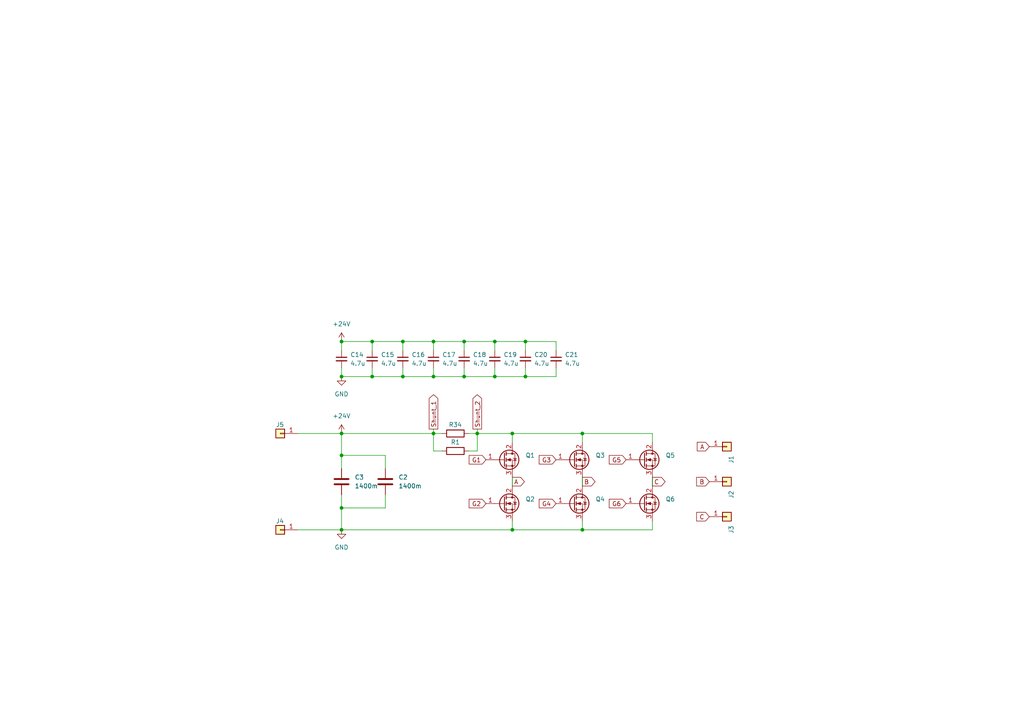
<source format=kicad_sch>
(kicad_sch (version 20230121) (generator eeschema)
  (paper "A4")
  (lib_symbols
    (symbol "Connector_Generic:Conn_01x01" (pin_names (offset 1.016) hide)
      (property "Reference" "J" (at 0 2.54 0))
      (property "Value" "Conn_01x01" (at 0 -2.54 0))
      (symbol "Conn_01x01_1_1"
        (rectangle (start -1.27 0.127) (end 0 -0.127) (stroke (width 0.1524)))
        (rectangle (start -1.27 1.27) (end 1.27 -1.27) (stroke (width 0.254)) (fill (type background)))
        (pin passive line (at -5.08 0 0) (length 3.81) (name "Pin_1") (number "1"))
      )
    )
    (symbol "Device:C" (pin_numbers hide) (pin_names (offset 0.254))
      (property "Reference" "C" (at 0.635 2.54 0))
      (property "Value" "C" (at 0.635 -2.54 0))
      (symbol "C_0_1"
        (polyline (pts (xy -2.032 -0.762) (xy 2.032 -0.762)) (stroke (width 0.508)))
        (polyline (pts (xy -2.032 0.762) (xy 2.032 0.762)) (stroke (width 0.508)))
      )
      (symbol "C_1_1"
        (pin passive line (at 0 3.81 270) (length 2.794) (name "~") (number "1"))
        (pin passive line (at 0 -3.81 90) (length 2.794) (name "~") (number "2"))
      )
    )
    (symbol "Device:C_Small" (pin_numbers hide) (pin_names (offset 0.254) hide)
      (property "Reference" "C" (at 0.254 1.778 0))
      (property "Value" "C_Small" (at 0.254 -2.032 0))
      (symbol "C_Small_0_1"
        (polyline (pts (xy -1.524 -0.508) (xy 1.524 -0.508)) (stroke (width 0.3302)))
        (polyline (pts (xy -1.524 0.508) (xy 1.524 0.508)) (stroke (width 0.3048)))
      )
      (symbol "C_Small_1_1"
        (pin passive line (at 0 2.54 270) (length 2.032) (name "~") (number "1"))
        (pin passive line (at 0 -2.54 90) (length 2.032) (name "~") (number "2"))
      )
    )
    (symbol "Device:R" (pin_numbers hide) (pin_names (offset 0))
      (property "Reference" "R" (at 2.032 0 90))
      (property "Value" "R" (at 0 0 90))
      (symbol "R_0_1"
        (rectangle (start -1.016 -2.54) (end 1.016 2.54) (stroke (width 0.254)))
      )
      (symbol "R_1_1"
        (pin passive line (at 0 3.81 270) (length 1.27) (name "~") (number "1"))
        (pin passive line (at 0 -3.81 90) (length 1.27) (name "~") (number "2"))
      )
    )
    (symbol "Transistor_FET:BSP89" (pin_names hide)
      (property "Reference" "Q" (at 5.08 1.905 0))
      (property "Value" "BSP89" (at 5.08 0 0))
      (symbol "BSP89_0_1"
        (polyline (pts (xy 0.254 0) (xy -2.54 0)))
        (polyline (pts (xy 0.254 1.905) (xy 0.254 -1.905)) (stroke (width 0.254)))
        (polyline (pts (xy 0.762 -1.27) (xy 0.762 -2.286)) (stroke (width 0.254)))
        (polyline (pts (xy 0.762 0.508) (xy 0.762 -0.508)) (stroke (width 0.254)))
        (polyline (pts (xy 0.762 2.286) (xy 0.762 1.27)) (stroke (width 0.254)))
        (polyline (pts (xy 2.54 2.54) (xy 2.54 1.778)))
        (polyline (pts (xy 2.54 -2.54) (xy 2.54 0) (xy 0.762 0)))
        (polyline (pts (xy 0.762 -1.778) (xy 3.302 -1.778) (xy 3.302 1.778) (xy 0.762 1.778)))
        (polyline (pts (xy 1.016 0) (xy 2.032 0.381) (xy 2.032 -0.381) (xy 1.016 0)) (fill (type outline)))
        (polyline (pts (xy 2.794 0.508) (xy 2.921 0.381) (xy 3.683 0.381) (xy 3.81 0.254)))
        (polyline (pts (xy 3.302 0.381) (xy 2.921 -0.254) (xy 3.683 -0.254) (xy 3.302 0.381)))
        (circle (center 1.651 0) (radius 2.794) (stroke (width 0.254)))
        (circle (center 2.54 -1.778) (radius 0.254) (fill (type outline)))
        (circle (center 2.54 1.778) (radius 0.254) (fill (type outline)))
      )
      (symbol "BSP89_1_1"
        (pin input line (at -5.08 0 0) (length 2.54) (name "G") (number "1"))
        (pin passive line (at 2.54 5.08 270) (length 2.54) (name "D") (number "2"))
        (pin passive line (at 2.54 -5.08 90) (length 2.54) (name "S") (number "3"))
      )
    )
    (symbol "power:+24V" (power) (pin_names (offset 0))
      (property "Value" "+24V" (at 0 3.556 0))
      (symbol "+24V_0_1"
        (polyline (pts (xy -0.762 1.27) (xy 0 2.54)))
        (polyline (pts (xy 0 0) (xy 0 2.54)))
        (polyline (pts (xy 0 2.54) (xy 0.762 1.27)))
      )
      (symbol "+24V_1_1"
        (pin power_in line (at 0 0 90) (length 0) hide (name "+24V") (number "1"))
      )
    )
    (symbol "power:GND" (power) (pin_names (offset 0))
      (property "Value" "GND" (at 0 -3.81 0))
      (symbol "GND_0_1"
        (polyline (pts (xy 0 0) (xy 0 -1.27) (xy 1.27 -1.27) (xy 0 -2.54) (xy -1.27 -1.27) (xy 0 -1.27)))
      )
      (symbol "GND_1_1"
        (pin power_in line (at 0 0 270) (length 0) hide (name "GND") (number "1"))
      )
    )
  )
  (junction (at 99.06 153.67))
  (junction (at 116.84 99.06))
  (junction (at 168.91 125.73))
  (junction (at 143.51 99.06))
  (junction (at 99.06 125.73))
  (junction (at 107.95 109.22))
  (junction (at 152.4 99.06))
  (junction (at 152.4 109.22))
  (junction (at 99.06 147.32))
  (junction (at 125.73 125.73))
  (junction (at 99.06 99.06))
  (junction (at 148.59 125.73))
  (junction (at 168.91 153.67))
  (junction (at 148.59 153.67))
  (junction (at 99.06 109.22))
  (junction (at 138.43 125.73))
  (junction (at 134.62 99.06))
  (junction (at 116.84 109.22))
  (junction (at 99.06 132.08))
  (junction (at 107.95 99.06))
  (junction (at 125.73 109.22))
  (junction (at 143.51 109.22))
  (junction (at 125.73 99.06))
  (junction (at 134.62 109.22))
  (wire (pts (xy 143.51 106.68) (xy 143.51 109.22)))
  (wire (pts (xy 152.4 106.68) (xy 152.4 109.22)))
  (wire (pts (xy 138.43 125.73) (xy 148.59 125.73)))
  (wire (pts (xy 168.91 125.73) (xy 168.91 128.27)))
  (wire (pts (xy 116.84 99.06) (xy 116.84 101.6)))
  (wire (pts (xy 107.95 109.22) (xy 99.06 109.22)))
  (wire (pts (xy 135.89 130.81) (xy 138.43 130.81)))
  (wire (pts (xy 148.59 138.43) (xy 148.59 140.97)))
  (wire (pts (xy 148.59 153.67) (xy 168.91 153.67)))
  (wire (pts (xy 152.4 109.22) (xy 143.51 109.22)))
  (wire (pts (xy 111.76 135.89) (xy 111.76 132.08)))
  (wire (pts (xy 107.95 106.68) (xy 107.95 109.22)))
  (wire (pts (xy 116.84 109.22) (xy 107.95 109.22)))
  (wire (pts (xy 111.76 132.08) (xy 99.06 132.08)))
  (wire (pts (xy 111.76 143.51) (xy 111.76 147.32)))
  (wire (pts (xy 152.4 99.06) (xy 161.29 99.06)))
  (wire (pts (xy 125.73 124.46) (xy 125.73 125.73)))
  (wire (pts (xy 125.73 109.22) (xy 116.84 109.22)))
  (wire (pts (xy 189.23 153.67) (xy 168.91 153.67)))
  (wire (pts (xy 134.62 106.68) (xy 134.62 109.22)))
  (wire (pts (xy 99.06 101.6) (xy 99.06 99.06)))
  (wire (pts (xy 134.62 99.06) (xy 134.62 101.6)))
  (wire (pts (xy 161.29 106.68) (xy 161.29 109.22)))
  (wire (pts (xy 86.36 153.67) (xy 99.06 153.67)))
  (wire (pts (xy 107.95 99.06) (xy 116.84 99.06)))
  (wire (pts (xy 99.06 99.06) (xy 107.95 99.06)))
  (wire (pts (xy 134.62 99.06) (xy 143.51 99.06)))
  (wire (pts (xy 148.59 125.73) (xy 168.91 125.73)))
  (wire (pts (xy 168.91 138.43) (xy 168.91 140.97)))
  (wire (pts (xy 99.06 125.73) (xy 125.73 125.73)))
  (wire (pts (xy 143.51 109.22) (xy 134.62 109.22)))
  (wire (pts (xy 143.51 99.06) (xy 143.51 101.6)))
  (wire (pts (xy 86.36 125.73) (xy 99.06 125.73)))
  (wire (pts (xy 189.23 151.13) (xy 189.23 153.67)))
  (wire (pts (xy 189.23 125.73) (xy 168.91 125.73)))
  (wire (pts (xy 111.76 147.32) (xy 99.06 147.32)))
  (wire (pts (xy 189.23 138.43) (xy 189.23 140.97)))
  (wire (pts (xy 116.84 99.06) (xy 125.73 99.06)))
  (wire (pts (xy 134.62 109.22) (xy 125.73 109.22)))
  (wire (pts (xy 161.29 99.06) (xy 161.29 101.6)))
  (wire (pts (xy 99.06 132.08) (xy 99.06 125.73)))
  (wire (pts (xy 125.73 99.06) (xy 134.62 99.06)))
  (wire (pts (xy 125.73 99.06) (xy 125.73 101.6)))
  (wire (pts (xy 143.51 99.06) (xy 152.4 99.06)))
  (wire (pts (xy 161.29 109.22) (xy 152.4 109.22)))
  (wire (pts (xy 138.43 124.46) (xy 138.43 125.73)))
  (wire (pts (xy 99.06 143.51) (xy 99.06 147.32)))
  (wire (pts (xy 99.06 153.67) (xy 148.59 153.67)))
  (wire (pts (xy 99.06 109.22) (xy 99.06 106.68)))
  (wire (pts (xy 125.73 125.73) (xy 125.73 130.81)))
  (wire (pts (xy 189.23 128.27) (xy 189.23 125.73)))
  (wire (pts (xy 99.06 147.32) (xy 99.06 153.67)))
  (wire (pts (xy 148.59 128.27) (xy 148.59 125.73)))
  (wire (pts (xy 135.89 125.73) (xy 138.43 125.73)))
  (wire (pts (xy 152.4 99.06) (xy 152.4 101.6)))
  (wire (pts (xy 107.95 99.06) (xy 107.95 101.6)))
  (wire (pts (xy 125.73 125.73) (xy 128.27 125.73)))
  (wire (pts (xy 128.27 130.81) (xy 125.73 130.81)))
  (wire (pts (xy 148.59 151.13) (xy 148.59 153.67)))
  (wire (pts (xy 99.06 135.89) (xy 99.06 132.08)))
  (wire (pts (xy 116.84 106.68) (xy 116.84 109.22)))
  (wire (pts (xy 125.73 106.68) (xy 125.73 109.22)))
  (wire (pts (xy 168.91 153.67) (xy 168.91 151.13)))
  (wire (pts (xy 138.43 125.73) (xy 138.43 130.81)))
  (global_label "B" (shape input) (at 205.74 139.7 180) (property "Intersheetrefs" "${INTERSHEET_REFS}" (effects hide)))
  (global_label "G6" (shape input) (at 181.61 146.05 180) (property "Intersheetrefs" "${INTERSHEET_REFS}" (effects hide)))
  (global_label "Shunt_2" (shape output) (at 138.43 124.46 90) (property "Intersheetrefs" "${INTERSHEET_REFS}" (effects hide)))
  (global_label "Shunt_1" (shape output) (at 125.73 124.46 90) (property "Intersheetrefs" "${INTERSHEET_REFS}" (effects hide)))
  (global_label "C" (shape input) (at 205.74 149.86 180) (property "Intersheetrefs" "${INTERSHEET_REFS}" (effects hide)))
  (global_label "G2" (shape input) (at 140.97 146.05 180) (property "Intersheetrefs" "${INTERSHEET_REFS}" (effects hide)))
  (global_label "C" (shape output) (at 189.23 139.7 0) (property "Intersheetrefs" "${INTERSHEET_REFS}" (effects hide)))
  (global_label "G1" (shape input) (at 140.97 133.35 180) (property "Intersheetrefs" "${INTERSHEET_REFS}" (effects hide)))
  (global_label "G5" (shape input) (at 181.61 133.35 180) (property "Intersheetrefs" "${INTERSHEET_REFS}" (effects hide)))
  (global_label "G4" (shape input) (at 161.29 146.05 180) (property "Intersheetrefs" "${INTERSHEET_REFS}" (effects hide)))
  (global_label "A" (shape output) (at 148.59 139.7 0) (property "Intersheetrefs" "${INTERSHEET_REFS}" (effects hide)))
  (global_label "A" (shape input) (at 205.74 129.54 180) (property "Intersheetrefs" "${INTERSHEET_REFS}" (effects hide)))
  (global_label "G3" (shape input) (at 161.29 133.35 180) (property "Intersheetrefs" "${INTERSHEET_REFS}" (effects hide)))
  (global_label "B" (shape output) (at 168.91 139.7 0) (property "Intersheetrefs" "${INTERSHEET_REFS}" (effects hide)))
  (symbol (lib_id "Device:C_Small") (at 107.95 104.14 0) (unit 1)
    (property "Reference" "C15" (at 110.49 102.8763 0) (effects (justify left)))
    (property "Value" "4.7u" (at 110.49 105.4163 0) (effects (justify left)))
    (property "Footprint" "Capacitor_SMD:C_1206_3216Metric_Pad1.33x1.80mm_HandSolder" (effects hide))
  )
  (symbol (lib_id "Device:C_Small") (at 134.62 104.14 0) (unit 1)
    (property "Reference" "C18" (at 137.16 102.8763 0) (effects (justify left)))
    (property "Value" "4.7u" (at 137.16 105.4163 0) (effects (justify left)))
    (property "Footprint" "Capacitor_SMD:C_1206_3216Metric_Pad1.33x1.80mm_HandSolder" (effects hide))
  )
  (symbol (lib_id "Device:C_Small") (at 116.84 104.14 0) (unit 1)
    (property "Reference" "C16" (at 119.38 102.8763 0) (effects (justify left)))
    (property "Value" "4.7u" (at 119.38 105.4163 0) (effects (justify left)))
    (property "Footprint" "Capacitor_SMD:C_1206_3216Metric_Pad1.33x1.80mm_HandSolder" (effects hide))
  )
  (symbol (lib_id "Device:C") (at 99.06 139.7 0) (unit 1)
    (property "Reference" "C3" (at 102.87 138.43 0) (effects (justify left)))
    (property "Value" "1400m" (at 102.87 140.97 0) (effects (justify left)))
    (property "Footprint" "Capacitor_THT:CP_Axial_L30.0mm_D18.0mm_P35.00mm_Horizontal" (effects hide))
    (instances (project "Силовая плата" (path "" (reference "C3") (unit 1)) (path "" (reference "C1") (unit 1)) (path "" (reference "C11") (unit 1))))
  )
  (symbol (lib_id "Device:C_Small") (at 125.73 104.14 0) (unit 1)
    (property "Reference" "C17" (at 128.27 102.8763 0) (effects (justify left)))
    (property "Value" "4.7u" (at 128.27 105.4163 0) (effects (justify left)))
    (property "Footprint" "Capacitor_SMD:C_1206_3216Metric_Pad1.33x1.80mm_HandSolder" (effects hide))
  )
  (symbol (lib_id "Device:C_Small") (at 143.51 104.14 0) (unit 1)
    (property "Reference" "C19" (at 146.05 102.8763 0) (effects (justify left)))
    (property "Value" "4.7u" (at 146.05 105.4163 0) (effects (justify left)))
    (property "Footprint" "Capacitor_SMD:C_1206_3216Metric_Pad1.33x1.80mm_HandSolder" (effects hide))
  )
  (symbol (lib_id "Device:C_Small") (at 152.4 104.14 0) (unit 1)
    (property "Reference" "C20" (at 154.94 102.8763 0) (effects (justify left)))
    (property "Value" "4.7u" (at 154.94 105.4163 0) (effects (justify left)))
    (property "Footprint" "Capacitor_SMD:C_1206_3216Metric_Pad1.33x1.80mm_HandSolder" (effects hide))
  )
  (symbol (lib_id "power:GND") (at 99.06 109.22 0) (unit 1)
    (property "Reference" "#PWR02" (effects hide))
    (property "Value" "GND" (at 99.06 114.3 0))
    (instances (project "Силовая плата" (path "" (reference "#PWR02") (unit 1)) (path "" (reference "#PWR06") (unit 1)) (path "" (reference "#PWR013") (unit 1))))
  )
  (symbol (lib_id "Transistor_FET:BSP89") (at 146.05 133.35 0) (unit 1)
    (property "Reference" "Q1" (at 152.4 132.08 0) (effects (justify left)))
    (property "Value" "BSP89" (effects hide))
    (property "Footprint" "Package_TO_SOT_SMD:TO-263-2" (effects hide))
    (property "Datasheet" "https://www.infineon.com/dgdl/Infineon-BSP89-DS-v02_02-en.pdf?fileId=db3a30433b47825b013b4b8a07f90d55" (effects hide))
    (instances (project "Силовая плата" (path "" (reference "Q1") (unit 1)) (path "" (reference "Q1") (unit 1)) (path "" (reference "Q7") (unit 1))))
  )
  (symbol (lib_id "Transistor_FET:BSP89") (at 166.37 133.35 0) (unit 1)
    (property "Reference" "Q3" (at 172.72 132.08 0) (effects (justify left)))
    (property "Value" "BSP89" (effects hide))
    (property "Footprint" "Package_TO_SOT_SMD:TO-263-2" (effects hide))
    (property "Datasheet" "https://www.infineon.com/dgdl/Infineon-BSP89-DS-v02_02-en.pdf?fileId=db3a30433b47825b013b4b8a07f90d55" (effects hide))
    (instances (project "Силовая плата" (path "" (reference "Q3") (unit 1)) (path "" (reference "Q3") (unit 1)) (path "" (reference "Q9") (unit 1))))
  )
  (symbol (lib_id "Device:R") (at 132.08 130.81 90) (unit 1)
    (property "Reference" "R1" (at 132.08 128.27 90))
    (property "Value" "R" (effects hide))
    (property "Footprint" "Shunt_My:TLRS1050" (effects hide))
  )
  (symbol (lib_id "power:+24V") (at 99.06 99.06 0) (unit 1)
    (property "Reference" "#PWR021" (effects hide))
    (property "Value" "+24V" (at 99.06 93.98 0))
  )
  (symbol (lib_id "Connector_Generic:Conn_01x01") (at 210.82 129.54 0) (unit 1)
    (property "Reference" "J1" (at 212.09 132.08 90) (effects (justify right)))
    (property "Value" "Conn_01x01" (effects hide))
    (property "Footprint" "Connector_My:Power_Wire" (effects hide))
    (instances (project "Силовая плата" (path "" (reference "J1") (unit 1)) (path "" (reference "J3") (unit 1)) (path "" (reference "J8") (unit 1))))
  )
  (symbol (lib_id "Device:C_Small") (at 99.06 104.14 0) (unit 1)
    (property "Reference" "C14" (at 101.6 102.8763 0) (effects (justify left)))
    (property "Value" "4.7u" (at 101.6 105.4163 0) (effects (justify left)))
    (property "Footprint" "Capacitor_SMD:C_1206_3216Metric_Pad1.33x1.80mm_HandSolder" (effects hide))
  )
  (symbol (lib_id "Device:C") (at 111.76 139.7 0) (unit 1)
    (property "Reference" "C2" (at 115.57 138.43 0) (effects (justify left)))
    (property "Value" "1400m" (at 115.57 140.97 0) (effects (justify left)))
    (property "Footprint" "Capacitor_THT:CP_Axial_L30.0mm_D18.0mm_P35.00mm_Horizontal" (effects hide))
    (instances (project "Силовая плата" (path "" (reference "C2") (unit 1)) (path "" (reference "C2") (unit 1)) (path "" (reference "C12") (unit 1))))
  )
  (symbol (lib_id "Transistor_FET:BSP89") (at 186.69 133.35 0) (unit 1)
    (property "Reference" "Q5" (at 193.04 132.08 0) (effects (justify left)))
    (property "Value" "BSP89" (effects hide))
    (property "Footprint" "Package_TO_SOT_SMD:TO-263-2" (effects hide))
    (property "Datasheet" "https://www.infineon.com/dgdl/Infineon-BSP89-DS-v02_02-en.pdf?fileId=db3a30433b47825b013b4b8a07f90d55" (effects hide))
    (instances (project "Силовая плата" (path "" (reference "Q5") (unit 1)) (path "" (reference "Q5") (unit 1)) (path "" (reference "Q11") (unit 1))))
  )
  (symbol (lib_id "Connector_Generic:Conn_01x01") (at 210.82 149.86 0) (unit 1)
    (property "Reference" "J3" (at 212.09 152.4 90) (effects (justify right)))
    (property "Value" "Conn_01x01" (effects hide))
    (property "Footprint" "Connector_My:Power_Wire" (effects hide))
    (instances (project "Силовая плата" (path "" (reference "J3") (unit 1)) (path "" (reference "J5") (unit 1)) (path "" (reference "J10") (unit 1))))
  )
  (symbol (lib_id "Transistor_FET:BSP89") (at 166.37 146.05 0) (unit 1)
    (property "Reference" "Q4" (at 172.72 144.78 0) (effects (justify left)))
    (property "Value" "BSP89" (effects hide))
    (property "Footprint" "Package_TO_SOT_SMD:TO-263-2" (effects hide))
    (property "Datasheet" "https://www.infineon.com/dgdl/Infineon-BSP89-DS-v02_02-en.pdf?fileId=db3a30433b47825b013b4b8a07f90d55" (effects hide))
    (instances (project "Силовая плата" (path "" (reference "Q4") (unit 1)) (path "" (reference "Q4") (unit 1)) (path "" (reference "Q10") (unit 1))))
  )
  (symbol (lib_id "power:+24V") (at 99.06 125.73 0) (unit 1)
    (property "Reference" "#PWR02" (effects hide))
    (property "Value" "+24V" (at 99.06 120.65 0))
  )
  (symbol (lib_id "Device:R") (at 132.08 125.73 90) (unit 1)
    (property "Reference" "R34" (at 132.08 123.19 90))
    (property "Value" "R" (effects hide))
    (property "Footprint" "Shunt_My:TLRS1050" (effects hide))
  )
  (symbol (lib_id "Transistor_FET:BSP89") (at 186.69 146.05 0) (unit 1)
    (property "Reference" "Q6" (at 193.04 144.78 0) (effects (justify left)))
    (property "Value" "BSP89" (effects hide))
    (property "Footprint" "Package_TO_SOT_SMD:TO-263-2" (effects hide))
    (property "Datasheet" "https://www.infineon.com/dgdl/Infineon-BSP89-DS-v02_02-en.pdf?fileId=db3a30433b47825b013b4b8a07f90d55" (effects hide))
    (instances (project "Силовая плата" (path "" (reference "Q6") (unit 1)) (path "" (reference "Q6") (unit 1)) (path "" (reference "Q12") (unit 1))))
  )
  (symbol (lib_id "Device:C_Small") (at 161.29 104.14 0) (unit 1)
    (property "Reference" "C21" (at 163.83 102.8763 0) (effects (justify left)))
    (property "Value" "4.7u" (at 163.83 105.4163 0) (effects (justify left)))
    (property "Footprint" "Capacitor_SMD:C_1206_3216Metric_Pad1.33x1.80mm_HandSolder" (effects hide))
  )
  (symbol (lib_id "Connector_Generic:Conn_01x01") (at 81.28 153.67 180) (unit 1)
    (property "Reference" "J4" (at 80.01 151.13 0) (effects (justify right)))
    (property "Value" "Conn_01x01" (effects hide))
    (property "Footprint" "Connector_My:Power_Wire" (effects hide))
    (instances (project "Силовая плата" (path "" (reference "J4") (unit 1)) (path "" (reference "J2") (unit 1)) (path "" (reference "J7") (unit 1))))
  )
  (symbol (lib_id "Connector_Generic:Conn_01x01") (at 210.82 139.7 0) (unit 1)
    (property "Reference" "J2" (at 212.09 142.24 90) (effects (justify right)))
    (property "Value" "Conn_01x01" (effects hide))
    (property "Footprint" "Connector_My:Power_Wire" (effects hide))
    (instances (project "Силовая плата" (path "" (reference "J2") (unit 1)) (path "" (reference "J4") (unit 1)) (path "" (reference "J9") (unit 1))))
  )
  (symbol (lib_id "power:GND") (at 99.06 153.67 0) (unit 1)
    (property "Reference" "#PWR02" (effects hide))
    (property "Value" "GND" (at 99.06 158.75 0))
    (instances (project "Силовая плата" (path "" (reference "#PWR02") (unit 1)) (path "" (reference "#PWR07") (unit 1)) (path "" (reference "#PWR013") (unit 1))))
  )
  (symbol (lib_id "Connector_Generic:Conn_01x01") (at 81.28 125.73 180) (unit 1)
    (property "Reference" "J5" (at 80.01 123.19 0) (effects (justify right)))
    (property "Value" "Conn_01x01" (effects hide))
    (property "Footprint" "Connector_My:Power_Wire" (effects hide))
    (instances (project "Силовая плата" (path "" (reference "J5") (unit 1)) (path "" (reference "J1") (unit 1)) (path "" (reference "J6") (unit 1))))
  )
  (symbol (lib_id "Transistor_FET:BSP89") (at 146.05 146.05 0) (unit 1)
    (property "Reference" "Q2" (at 152.4 144.78 0) (effects (justify left)))
    (property "Value" "BSP89" (effects hide))
    (property "Footprint" "Package_TO_SOT_SMD:TO-263-2" (effects hide))
    (property "Datasheet" "https://www.infineon.com/dgdl/Infineon-BSP89-DS-v02_02-en.pdf?fileId=db3a30433b47825b013b4b8a07f90d55" (effects hide))
    (instances (project "Силовая плата" (path "" (reference "Q2") (unit 1)) (path "" (reference "Q2") (unit 1)) (path "" (reference "Q8") (unit 1))))
  )
)
</source>
